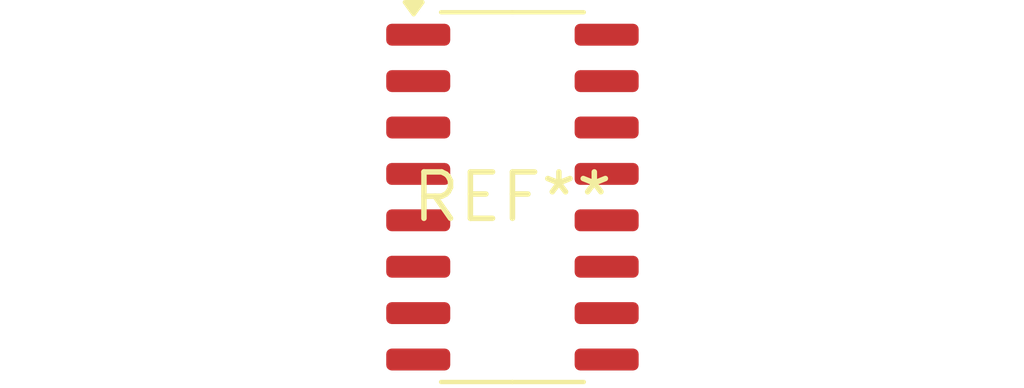
<source format=kicad_pcb>
(kicad_pcb (version 20240108) (generator pcbnew)
  (layers (0 "F.Cu" signal) (31 "B.Cu" signal) (34 "B.Paste" user) (35 "F.Paste" user) (36 "B.SilkS" user "B.Silkscreen") (37 "F.SilkS" user "F.Silkscreen") (38 "B.Mask" user) (39 "F.Mask" user) (44 "Edge.Cuts" user))
  (net 0 "")
  (footprint "SO-16_3.9x9.9mm_P1.27mm" (layer "F.Cu") (at 0 0)
    (property "Reference" "REF**")
    (property "Value" "SO-16_3.9x9.9mm_P1.27mm")
    (fp_line (start 0 -5.06) (end -1.95 -5.06) (layer "F.SilkS") (stroke (width 0.12)))
    (fp_line (start 0 -5.06) (end 1.95 -5.06) (layer "F.SilkS") (stroke (width 0.12)))
    (fp_line (start 0 5.06) (end -1.95 5.06) (layer "F.SilkS") (stroke (width 0.12)))
    (fp_line (start 0 5.06) (end 1.95 5.06) (layer "F.SilkS") (stroke (width 0.12)))
    (fp_poly (pts (xy -2.7 -5.005) (xy -2.94 -5.335) (xy -2.46 -5.335) (xy -2.7 -5.005)) (layer "F.SilkS") (stroke (width 0.12)) (fill solid))
    (pad "1" smd roundrect (at -2.575 -4.445) (size 1.75 0.6) (layers "F.Cu" "F.Paste" "F.Mask"))
    (pad "2" smd roundrect (at -2.575 -3.175) (size 1.75 0.6) (layers "F.Cu" "F.Paste" "F.Mask"))
    (pad "3" smd roundrect (at -2.575 -1.905) (size 1.75 0.6) (layers "F.Cu" "F.Paste" "F.Mask"))
    (pad "4" smd roundrect (at -2.575 -0.635) (size 1.75 0.6) (layers "F.Cu" "F.Paste" "F.Mask"))
    (pad "5" smd roundrect (at -2.575 0.635) (size 1.75 0.6) (layers "F.Cu" "F.Paste" "F.Mask"))
    (pad "6" smd roundrect (at -2.575 1.905) (size 1.75 0.6) (layers "F.Cu" "F.Paste" "F.Mask"))
    (pad "7" smd roundrect (at -2.575 3.175) (size 1.75 0.6) (layers "F.Cu" "F.Paste" "F.Mask"))
    (pad "8" smd roundrect (at -2.575 4.445) (size 1.75 0.6) (layers "F.Cu" "F.Paste" "F.Mask"))
    (pad "9" smd roundrect (at 2.575 4.445) (size 1.75 0.6) (layers "F.Cu" "F.Paste" "F.Mask"))
    (pad "10" smd roundrect (at 2.575 3.175) (size 1.75 0.6) (layers "F.Cu" "F.Paste" "F.Mask"))
    (pad "11" smd roundrect (at 2.575 1.905) (size 1.75 0.6) (layers "F.Cu" "F.Paste" "F.Mask"))
    (pad "12" smd roundrect (at 2.575 0.635) (size 1.75 0.6) (layers "F.Cu" "F.Paste" "F.Mask"))
    (pad "13" smd roundrect (at 2.575 -0.635) (size 1.75 0.6) (layers "F.Cu" "F.Paste" "F.Mask"))
    (pad "14" smd roundrect (at 2.575 -1.905) (size 1.75 0.6) (layers "F.Cu" "F.Paste" "F.Mask"))
    (pad "15" smd roundrect (at 2.575 -3.175) (size 1.75 0.6) (layers "F.Cu" "F.Paste" "F.Mask"))
    (pad "16" smd roundrect (at 2.575 -4.445) (size 1.75 0.6) (layers "F.Cu" "F.Paste" "F.Mask"))
  )
)
</source>
